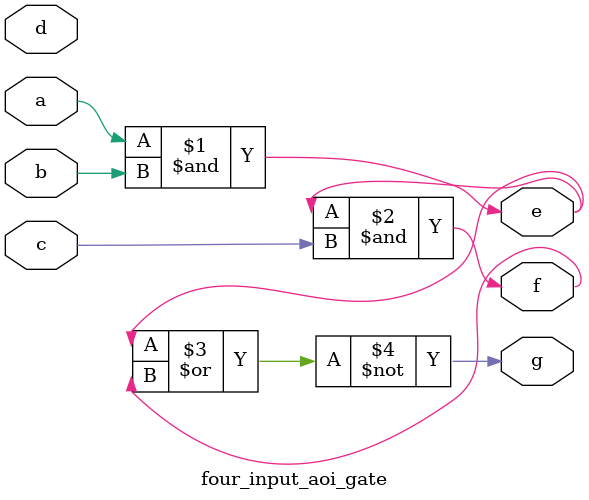
<source format=v>
`timescale 1ns / 1ps

module four_input_aoi_gate(a, b, c, d, e, f, g);
    input a, b, c, d;
    output e, f, g;

    assign e = a & b;
    assign f = e & c;
    assign g = ~(e | f);

endmodule

</source>
